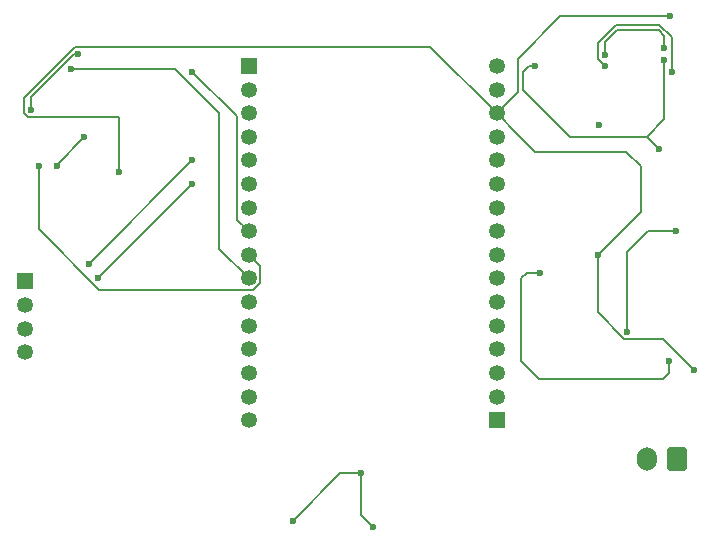
<source format=gbr>
%TF.GenerationSoftware,KiCad,Pcbnew,9.0.4*%
%TF.CreationDate,2025-11-01T11:23:39-04:00*%
%TF.ProjectId,Capstone Project Breakout Board 2,43617073-746f-46e6-9520-50726f6a6563,rev?*%
%TF.SameCoordinates,Original*%
%TF.FileFunction,Copper,L2,Bot*%
%TF.FilePolarity,Positive*%
%FSLAX46Y46*%
G04 Gerber Fmt 4.6, Leading zero omitted, Abs format (unit mm)*
G04 Created by KiCad (PCBNEW 9.0.4) date 2025-11-01 11:23:39*
%MOMM*%
%LPD*%
G01*
G04 APERTURE LIST*
G04 Aperture macros list*
%AMRoundRect*
0 Rectangle with rounded corners*
0 $1 Rounding radius*
0 $2 $3 $4 $5 $6 $7 $8 $9 X,Y pos of 4 corners*
0 Add a 4 corners polygon primitive as box body*
4,1,4,$2,$3,$4,$5,$6,$7,$8,$9,$2,$3,0*
0 Add four circle primitives for the rounded corners*
1,1,$1+$1,$2,$3*
1,1,$1+$1,$4,$5*
1,1,$1+$1,$6,$7*
1,1,$1+$1,$8,$9*
0 Add four rect primitives between the rounded corners*
20,1,$1+$1,$2,$3,$4,$5,0*
20,1,$1+$1,$4,$5,$6,$7,0*
20,1,$1+$1,$6,$7,$8,$9,0*
20,1,$1+$1,$8,$9,$2,$3,0*%
G04 Aperture macros list end*
%TA.AperFunction,ComponentPad*%
%ADD10R,1.350000X1.350000*%
%TD*%
%TA.AperFunction,ComponentPad*%
%ADD11C,1.350000*%
%TD*%
%TA.AperFunction,ComponentPad*%
%ADD12RoundRect,0.250000X0.600000X0.750000X-0.600000X0.750000X-0.600000X-0.750000X0.600000X-0.750000X0*%
%TD*%
%TA.AperFunction,ComponentPad*%
%ADD13O,1.700000X2.000000*%
%TD*%
%TA.AperFunction,ViaPad*%
%ADD14C,0.600000*%
%TD*%
%TA.AperFunction,Conductor*%
%ADD15C,0.200000*%
%TD*%
G04 APERTURE END LIST*
D10*
%TO.P,J2,1,Pin_1*%
%TO.N,unconnected-(J2-Pin_1-Pad1)*%
X110575000Y-83750000D03*
D11*
%TO.P,J2,2,Pin_2*%
%TO.N,A0*%
X110575000Y-85750000D03*
%TO.P,J2,3,Pin_3*%
%TO.N,D0*%
X110575000Y-87750000D03*
%TO.P,J2,4,Pin_4*%
%TO.N,+5V*%
X110575000Y-89750000D03*
%TD*%
D10*
%TO.P,J5,1,Pin_1*%
%TO.N,RESET*%
X129500000Y-65500000D03*
D11*
%TO.P,J5,2,Pin_2*%
%TO.N,Net-(J5-Pin_2)*%
X129500000Y-67500000D03*
%TO.P,J5,3,Pin_3*%
%TO.N,unconnected-(J5-Pin_3-Pad3)*%
X129500000Y-69500000D03*
%TO.P,J5,4,Pin_4*%
%TO.N,unconnected-(J5-Pin_4-Pad4)*%
X129500000Y-71500000D03*
%TO.P,J5,5,Pin_5*%
%TO.N,A0*%
X129500000Y-73500000D03*
%TO.P,J5,6,Pin_6*%
%TO.N,D0*%
X129500000Y-75500000D03*
%TO.P,J5,7,Pin_7*%
%TO.N,Fan1*%
X129500000Y-77500000D03*
%TO.P,J5,8,Pin_8*%
%TO.N,GPIO34*%
X129500000Y-79500000D03*
%TO.P,J5,9,Pin_9*%
%TO.N,Fan2*%
X129500000Y-81500000D03*
%TO.P,J5,10,Pin_10*%
%TO.N,GPIO35*%
X129500000Y-83500000D03*
%TO.P,J5,11,Pin_11*%
%TO.N,SCK*%
X129500000Y-85500000D03*
%TO.P,J5,12,Pin_12*%
%TO.N,MOSI*%
X129500000Y-87500000D03*
%TO.P,J5,13,Pin_13*%
%TO.N,MISO*%
X129500000Y-89500000D03*
%TO.P,J5,14,Pin_14*%
%TO.N,RX*%
X129500000Y-91500000D03*
%TO.P,J5,15,Pin_15*%
%TO.N,TX*%
X129500000Y-93500000D03*
%TO.P,J5,16,Pin_16*%
%TO.N,ADC*%
X129500000Y-95500000D03*
%TD*%
D12*
%TO.P,J7,1,Pin_1*%
%TO.N,/SPEAKER +*%
X165750000Y-98800000D03*
D13*
%TO.P,J7,2,Pin_2*%
%TO.N,/SPEAKER -*%
X163250000Y-98800000D03*
%TD*%
D10*
%TO.P,J6,1,Pin_1*%
%TO.N,SDA*%
X150500000Y-95500000D03*
D11*
%TO.P,J6,2,Pin_2*%
%TO.N,SCL*%
X150500000Y-93500000D03*
%TO.P,J6,3,Pin_3*%
%TO.N,AB0*%
X150500000Y-91500000D03*
%TO.P,J6,4,Pin_4*%
%TO.N,AB1*%
X150500000Y-89500000D03*
%TO.P,J6,5,Pin_5*%
%TO.N,IRQ*%
X150500000Y-87500000D03*
%TO.P,J6,6,Pin_6*%
%TO.N,D33*%
X150500000Y-85500000D03*
%TO.P,J6,7,Pin_7*%
%TO.N,Fan2*%
X150500000Y-83500000D03*
%TO.P,J6,8,Pin_8*%
%TO.N,Fan1*%
X150500000Y-81500000D03*
%TO.P,J6,9,Pin_9*%
%TO.N,SPEAKER*%
X150500000Y-79500000D03*
%TO.P,J6,10,Pin_10*%
%TO.N,D37*%
X150500000Y-77500000D03*
%TO.P,J6,11,Pin_11*%
%TO.N,Net-(J6-Pin_11)*%
X150500000Y-75500000D03*
%TO.P,J6,12,Pin_12*%
%TO.N,unconnected-(J6-Pin_12-Pad12)*%
X150500000Y-73500000D03*
%TO.P,J6,13,Pin_13*%
%TO.N,Net-(J6-Pin_13)*%
X150500000Y-71500000D03*
%TO.P,J6,14,Pin_14*%
%TO.N,+5V*%
X150500000Y-69500000D03*
%TO.P,J6,15,Pin_15*%
%TO.N,unconnected-(J6-Pin_15-Pad15)*%
X150500000Y-67500000D03*
%TO.P,J6,16,Pin_16*%
%TO.N,unconnected-(J6-Pin_16-Pad16)*%
X150500000Y-65500000D03*
%TD*%
D14*
%TO.N,Fan2*%
X111750000Y-74000000D03*
%TO.N,+5V*%
X140000000Y-104500000D03*
X139000000Y-100000000D03*
X133250000Y-104000000D03*
X118500000Y-74500000D03*
X159075000Y-81500000D03*
X165212500Y-61300000D03*
X159212500Y-70500000D03*
X167250000Y-91250000D03*
%TO.N,+5C*%
X113250000Y-74000000D03*
X164712500Y-65000000D03*
X111100000Y-69250000D03*
X115100000Y-64500000D03*
X164212500Y-72500000D03*
X115600000Y-71500000D03*
X153712500Y-65500000D03*
%TO.N,Net-(D1-A)*%
X161575000Y-88000000D03*
X165712500Y-79500000D03*
%TO.N,D0*%
X124750000Y-75500000D03*
X116750000Y-83500000D03*
%TO.N,A0*%
X116000000Y-82250000D03*
X124750000Y-73500000D03*
%TO.N,GPIO35*%
X114500000Y-65750000D03*
%TO.N,GPIO34*%
X124750000Y-66000000D03*
%TO.N,Net-(U1-FB)*%
X154175000Y-83000000D03*
X165075000Y-90526000D03*
%TO.N,+5U*%
X159712500Y-65500000D03*
X165312500Y-66000000D03*
%TO.N,Net-(SW1-Pad1)*%
X159712500Y-64600000D03*
X164712500Y-64000000D03*
%TD*%
D15*
%TO.N,+5V*%
X152311500Y-64901000D02*
X155912500Y-61300000D01*
X110499000Y-69498943D02*
X110851057Y-69851000D01*
%TO.N,Fan2*%
X111750000Y-74000000D02*
X111750000Y-79349943D01*
X111750000Y-79349943D02*
X116876057Y-84476000D01*
X116876057Y-84476000D02*
X129904273Y-84476000D01*
X129904273Y-84476000D02*
X130476000Y-83904273D01*
X130476000Y-83904273D02*
X130476000Y-82476000D01*
X130476000Y-82476000D02*
X129500000Y-81500000D01*
%TO.N,+5V*%
X161326057Y-88601000D02*
X161237528Y-88512472D01*
X161237528Y-88512472D02*
X159075000Y-86349943D01*
X118533900Y-69851000D02*
X110851057Y-69851000D01*
X118500000Y-74500000D02*
X118533900Y-74466100D01*
X118533900Y-74466100D02*
X118533900Y-69851000D01*
X114783900Y-63899000D02*
X144899000Y-63899000D01*
X110499000Y-69498943D02*
X110499000Y-68183900D01*
X110499000Y-68183900D02*
X114783900Y-63899000D01*
X144899000Y-63899000D02*
X150500000Y-69500000D01*
%TO.N,+5C*%
X111100000Y-69250000D02*
X111100000Y-68150000D01*
X111100000Y-68150000D02*
X114750000Y-64500000D01*
X114750000Y-64500000D02*
X115100000Y-64500000D01*
%TO.N,+5V*%
X140000000Y-104500000D02*
X139000000Y-103500000D01*
X139000000Y-103500000D02*
X139000000Y-100000000D01*
X133250000Y-104000000D02*
X137250000Y-100000000D01*
X137250000Y-100000000D02*
X139000000Y-100000000D01*
X159075000Y-81425000D02*
X159075000Y-81500000D01*
X152311500Y-71311500D02*
X150500000Y-69500000D01*
X165212500Y-61300000D02*
X155912500Y-61300000D01*
X162712500Y-74000000D02*
X162712500Y-77862500D01*
X167250000Y-91250000D02*
X164601000Y-88601000D01*
X162712500Y-77862500D02*
X159075000Y-81500000D01*
X161462500Y-72750000D02*
X162712500Y-74000000D01*
X164601000Y-88601000D02*
X161326057Y-88601000D01*
X152311500Y-64901000D02*
X152311500Y-67688500D01*
X152311500Y-67688500D02*
X150500000Y-69500000D01*
X152311500Y-71311500D02*
X153750000Y-72750000D01*
X153750000Y-72750000D02*
X161462500Y-72750000D01*
X159075000Y-86349943D02*
X159075000Y-81500000D01*
%TO.N,+5C*%
X153712500Y-65500000D02*
X153212500Y-65500000D01*
X164712500Y-70000000D02*
X163212500Y-71500000D01*
X164712500Y-65500000D02*
X164712500Y-65000000D01*
X113250000Y-73850000D02*
X115600000Y-71500000D01*
X163212500Y-71500000D02*
X164212500Y-72500000D01*
X164712500Y-66000000D02*
X164712500Y-65500000D01*
X164712500Y-65500000D02*
X164712500Y-70000000D01*
X153212500Y-65500000D02*
X152712500Y-66000000D01*
X152712500Y-67500000D02*
X156712500Y-71500000D01*
X152712500Y-66000000D02*
X152712500Y-67500000D01*
X156712500Y-71500000D02*
X163212500Y-71500000D01*
X113250000Y-74000000D02*
X113250000Y-73850000D01*
%TO.N,Net-(D1-A)*%
X163325000Y-79500000D02*
X161575000Y-81250000D01*
X161575000Y-88000000D02*
X161575000Y-81250000D01*
X164750000Y-79500000D02*
X165712500Y-79500000D01*
X164750000Y-79500000D02*
X163325000Y-79500000D01*
%TO.N,D0*%
X116750000Y-83500000D02*
X124750000Y-75500000D01*
%TO.N,A0*%
X124750000Y-73500000D02*
X116000000Y-82250000D01*
%TO.N,GPIO35*%
X114500000Y-65750000D02*
X123250000Y-65750000D01*
X127000000Y-81000000D02*
X129500000Y-83500000D01*
X123250000Y-65750000D02*
X127000000Y-69500000D01*
X127000000Y-69500000D02*
X127000000Y-81000000D01*
%TO.N,GPIO34*%
X124750000Y-66000000D02*
X128524000Y-69774000D01*
X128524000Y-69774000D02*
X128524000Y-78524000D01*
X128524000Y-78524000D02*
X129500000Y-79500000D01*
%TO.N,Net-(U1-FB)*%
X153075000Y-83000000D02*
X154175000Y-83000000D01*
X152575000Y-83500000D02*
X153075000Y-83000000D01*
X165075000Y-91500000D02*
X164575000Y-92000000D01*
X164575000Y-92000000D02*
X154075000Y-92000000D01*
X154075000Y-92000000D02*
X152575000Y-90500000D01*
X152575000Y-90500000D02*
X152575000Y-83500000D01*
X165075000Y-90526000D02*
X165075000Y-91500000D01*
%TO.N,+5U*%
X159111500Y-63533900D02*
X159111500Y-64899000D01*
X165312500Y-66000000D02*
X165312500Y-63032900D01*
X164279600Y-62000000D02*
X160645400Y-62000000D01*
X159111500Y-64899000D02*
X159712500Y-65500000D01*
X165312500Y-63032900D02*
X164279600Y-62000000D01*
X160645400Y-62000000D02*
X159111500Y-63533900D01*
%TO.N,Net-(SW1-Pad1)*%
X164212500Y-62500000D02*
X164712500Y-63000000D01*
X164712500Y-63000000D02*
X164712500Y-64000000D01*
X160712500Y-62500000D02*
X164212500Y-62500000D01*
X159712500Y-63500000D02*
X160712500Y-62500000D01*
X159712500Y-64600000D02*
X159712500Y-63500000D01*
%TD*%
M02*

</source>
